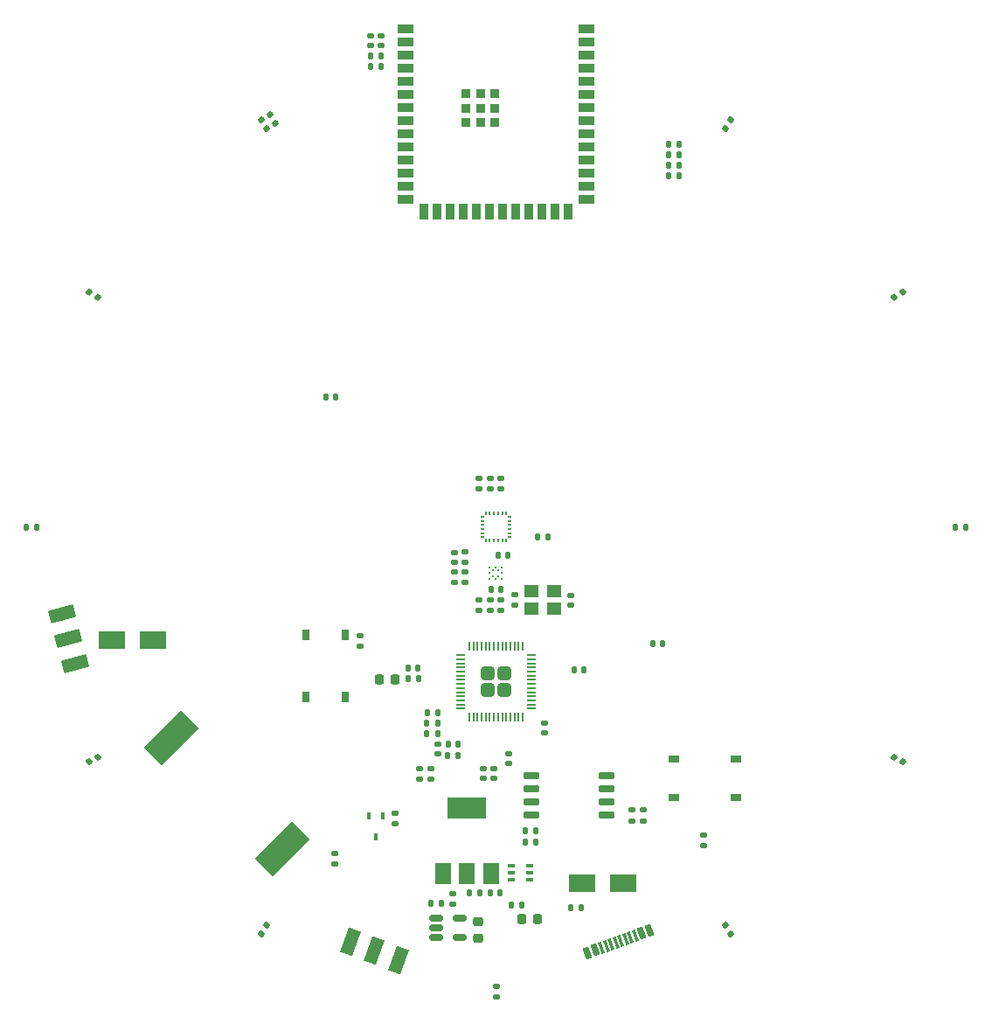
<source format=gbr>
%TF.GenerationSoftware,KiCad,Pcbnew,(6.0.8)*%
%TF.CreationDate,2022-10-25T22:06:49+02:00*%
%TF.ProjectId,Badge_v1,42616467-655f-4763-912e-6b696361645f,rev?*%
%TF.SameCoordinates,Original*%
%TF.FileFunction,Paste,Top*%
%TF.FilePolarity,Positive*%
%FSLAX46Y46*%
G04 Gerber Fmt 4.6, Leading zero omitted, Abs format (unit mm)*
G04 Created by KiCad (PCBNEW (6.0.8)) date 2022-10-25 22:06:49*
%MOMM*%
%LPD*%
G01*
G04 APERTURE LIST*
G04 Aperture macros list*
%AMRoundRect*
0 Rectangle with rounded corners*
0 $1 Rounding radius*
0 $2 $3 $4 $5 $6 $7 $8 $9 X,Y pos of 4 corners*
0 Add a 4 corners polygon primitive as box body*
4,1,4,$2,$3,$4,$5,$6,$7,$8,$9,$2,$3,0*
0 Add four circle primitives for the rounded corners*
1,1,$1+$1,$2,$3*
1,1,$1+$1,$4,$5*
1,1,$1+$1,$6,$7*
1,1,$1+$1,$8,$9*
0 Add four rect primitives between the rounded corners*
20,1,$1+$1,$2,$3,$4,$5,0*
20,1,$1+$1,$4,$5,$6,$7,0*
20,1,$1+$1,$6,$7,$8,$9,0*
20,1,$1+$1,$8,$9,$2,$3,0*%
%AMRotRect*
0 Rectangle, with rotation*
0 The origin of the aperture is its center*
0 $1 length*
0 $2 width*
0 $3 Rotation angle, in degrees counterclockwise*
0 Add horizontal line*
21,1,$1,$2,0,0,$3*%
%AMFreePoly0*
4,1,6,0.175000,0.019000,0.175000,-0.100000,-0.175000,-0.100000,-0.175000,0.100000,0.094000,0.100000,0.175000,0.019000,0.175000,0.019000,$1*%
%AMFreePoly1*
4,1,6,0.175000,-0.019000,0.094000,-0.100000,-0.175000,-0.100000,-0.175000,0.100000,0.175000,0.100000,0.175000,-0.019000,0.175000,-0.019000,$1*%
%AMFreePoly2*
4,1,6,0.100000,-0.175000,-0.100000,-0.175000,-0.100000,0.094000,-0.019000,0.175000,0.100000,0.175000,0.100000,-0.175000,0.100000,-0.175000,$1*%
%AMFreePoly3*
4,1,6,0.100000,0.094000,0.100000,-0.175000,-0.100000,-0.175000,-0.100000,0.175000,0.019000,0.175000,0.100000,0.094000,0.100000,0.094000,$1*%
%AMFreePoly4*
4,1,6,0.175000,-0.100000,-0.094000,-0.100000,-0.175000,-0.019000,-0.175000,0.100000,0.175000,0.100000,0.175000,-0.100000,0.175000,-0.100000,$1*%
%AMFreePoly5*
4,1,6,0.175000,-0.100000,-0.175000,-0.100000,-0.175000,0.019000,-0.094000,0.100000,0.175000,0.100000,0.175000,-0.100000,0.175000,-0.100000,$1*%
%AMFreePoly6*
4,1,6,0.100000,-0.094000,0.019000,-0.175000,-0.100000,-0.175000,-0.100000,0.175000,0.100000,0.175000,0.100000,-0.094000,0.100000,-0.094000,$1*%
%AMFreePoly7*
4,1,6,0.100000,-0.175000,-0.019000,-0.175000,-0.100000,-0.094000,-0.100000,0.175000,0.100000,0.175000,0.100000,-0.175000,0.100000,-0.175000,$1*%
G04 Aperture macros list end*
%ADD10RoundRect,0.140000X-0.140000X-0.170000X0.140000X-0.170000X0.140000X0.170000X-0.140000X0.170000X0*%
%ADD11RotRect,0.600000X1.160000X20.000000*%
%ADD12RotRect,0.300000X1.160000X200.000000*%
%ADD13RoundRect,0.135000X0.135000X0.185000X-0.135000X0.185000X-0.135000X-0.185000X0.135000X-0.185000X0*%
%ADD14RoundRect,0.135000X0.185000X-0.135000X0.185000X0.135000X-0.185000X0.135000X-0.185000X-0.135000X0*%
%ADD15RoundRect,0.140000X0.206244X0.077224X-0.036244X0.217224X-0.206244X-0.077224X0.036244X-0.217224X0*%
%ADD16RoundRect,0.140000X-0.170000X0.140000X-0.170000X-0.140000X0.170000X-0.140000X0.170000X0.140000X0*%
%ADD17RoundRect,0.140000X0.140000X0.170000X-0.140000X0.170000X-0.140000X-0.170000X0.140000X-0.170000X0*%
%ADD18RoundRect,0.140000X-0.217224X0.036244X-0.077224X-0.206244X0.217224X-0.036244X0.077224X0.206244X0*%
%ADD19RoundRect,0.249999X0.395001X0.395001X-0.395001X0.395001X-0.395001X-0.395001X0.395001X-0.395001X0*%
%ADD20RoundRect,0.050000X0.387500X0.050000X-0.387500X0.050000X-0.387500X-0.050000X0.387500X-0.050000X0*%
%ADD21RoundRect,0.050000X0.050000X0.387500X-0.050000X0.387500X-0.050000X-0.387500X0.050000X-0.387500X0*%
%ADD22FreePoly0,0.000000*%
%ADD23R,0.350000X0.200000*%
%ADD24FreePoly1,0.000000*%
%ADD25FreePoly2,0.000000*%
%ADD26R,0.200000X0.350000*%
%ADD27FreePoly3,0.000000*%
%ADD28FreePoly4,0.000000*%
%ADD29FreePoly5,0.000000*%
%ADD30FreePoly6,0.000000*%
%ADD31FreePoly7,0.000000*%
%ADD32RoundRect,0.135000X-0.185000X0.135000X-0.185000X-0.135000X0.185000X-0.135000X0.185000X0.135000X0*%
%ADD33RoundRect,0.135000X-0.135000X-0.185000X0.135000X-0.185000X0.135000X0.185000X-0.135000X0.185000X0*%
%ADD34RoundRect,0.218750X-0.218750X-0.256250X0.218750X-0.256250X0.218750X0.256250X-0.218750X0.256250X0*%
%ADD35RotRect,2.500000X5.100000X315.000000*%
%ADD36C,0.212500*%
%ADD37RoundRect,0.218750X0.218750X0.256250X-0.218750X0.256250X-0.218750X-0.256250X0.218750X-0.256250X0*%
%ADD38RoundRect,0.140000X-0.036244X-0.217224X0.206244X-0.077224X0.036244X0.217224X-0.206244X0.077224X0*%
%ADD39RoundRect,0.140000X-0.206244X-0.077224X0.036244X-0.217224X0.206244X0.077224X-0.036244X0.217224X0*%
%ADD40R,0.750000X1.000000*%
%ADD41RoundRect,0.140000X0.036244X0.217224X-0.206244X0.077224X-0.036244X-0.217224X0.206244X-0.077224X0*%
%ADD42RoundRect,0.140000X0.170000X-0.140000X0.170000X0.140000X-0.170000X0.140000X-0.170000X-0.140000X0*%
%ADD43R,1.400000X1.200000*%
%ADD44R,1.500000X0.900000*%
%ADD45R,0.900000X1.500000*%
%ADD46R,0.900000X0.900000*%
%ADD47R,2.500000X1.800000*%
%ADD48RoundRect,0.150000X-0.512500X-0.150000X0.512500X-0.150000X0.512500X0.150000X-0.512500X0.150000X0*%
%ADD49RoundRect,0.140000X0.077224X-0.206244X0.217224X0.036244X-0.077224X0.206244X-0.217224X-0.036244X0*%
%ADD50RoundRect,0.140000X0.217224X-0.036244X0.077224X0.206244X-0.217224X0.036244X-0.077224X-0.206244X0*%
%ADD51R,1.500000X2.000000*%
%ADD52R,3.800000X2.000000*%
%ADD53R,0.660400X0.406400*%
%ADD54RoundRect,0.140000X-0.077224X0.206244X-0.217224X-0.036244X0.077224X-0.206244X0.217224X0.036244X0*%
%ADD55RoundRect,0.150000X0.650000X0.150000X-0.650000X0.150000X-0.650000X-0.150000X0.650000X-0.150000X0*%
%ADD56RoundRect,0.218750X-0.256250X0.218750X-0.256250X-0.218750X0.256250X-0.218750X0.256250X0.218750X0*%
%ADD57RotRect,1.250000X2.500000X340.000000*%
%ADD58R,1.000000X0.750000*%
%ADD59RotRect,1.250000X2.500000X285.000000*%
%ADD60R,0.450000X0.700000*%
G04 APERTURE END LIST*
D10*
%TO.C,C16*%
X93380000Y-117990000D03*
X94340000Y-117990000D03*
%TD*%
%TO.C,C26*%
X99530000Y-106040000D03*
X100490000Y-106040000D03*
%TD*%
D11*
%TO.C,P1*%
X108854513Y-141223605D03*
X109606267Y-140949989D03*
D12*
X110686914Y-140556666D03*
X111626606Y-140214646D03*
X112096453Y-140043635D03*
X113036145Y-139701615D03*
D11*
X114116792Y-139308292D03*
X114868546Y-139034676D03*
X114868546Y-139034676D03*
X114116792Y-139308292D03*
D12*
X113505992Y-139530605D03*
X112566299Y-139872625D03*
X111156760Y-140385656D03*
X110217067Y-140727676D03*
D11*
X109606267Y-140949989D03*
X108854513Y-141223605D03*
%TD*%
D10*
%TO.C,C22*%
X100190000Y-102780000D03*
X101150000Y-102780000D03*
%TD*%
D13*
%TO.C,R20*%
X94330000Y-120050000D03*
X93310000Y-120050000D03*
%TD*%
D14*
%TO.C,R17*%
X93730000Y-124440000D03*
X93730000Y-123420000D03*
%TD*%
D15*
%TO.C,C38*%
X139415692Y-122740000D03*
X138584308Y-122260000D03*
%TD*%
D16*
%TO.C,C10*%
X94330000Y-121020000D03*
X94330000Y-121980000D03*
%TD*%
D17*
%TO.C,C39*%
X145480000Y-100000000D03*
X144520000Y-100000000D03*
%TD*%
D13*
%TO.C,R6*%
X92480000Y-114690000D03*
X91460000Y-114690000D03*
%TD*%
D18*
%TO.C,C30*%
X78150000Y-60074308D03*
X78630000Y-60905692D03*
%TD*%
D19*
%TO.C,U4*%
X100800000Y-114200000D03*
X99200000Y-115800000D03*
X100800000Y-115800000D03*
X99200000Y-114200000D03*
D20*
X103437500Y-117600000D03*
X103437500Y-117200000D03*
X103437500Y-116800000D03*
X103437500Y-116400000D03*
X103437500Y-116000000D03*
X103437500Y-115600000D03*
X103437500Y-115200000D03*
X103437500Y-114800000D03*
X103437500Y-114400000D03*
X103437500Y-114000000D03*
X103437500Y-113600000D03*
X103437500Y-113200000D03*
X103437500Y-112800000D03*
X103437500Y-112400000D03*
D21*
X102600000Y-111562500D03*
X102200000Y-111562500D03*
X101800000Y-111562500D03*
X101400000Y-111562500D03*
X101000000Y-111562500D03*
X100600000Y-111562500D03*
X100200000Y-111562500D03*
X99800000Y-111562500D03*
X99400000Y-111562500D03*
X99000000Y-111562500D03*
X98600000Y-111562500D03*
X98200000Y-111562500D03*
X97800000Y-111562500D03*
X97400000Y-111562500D03*
D20*
X96562500Y-112400000D03*
X96562500Y-112800000D03*
X96562500Y-113200000D03*
X96562500Y-113600000D03*
X96562500Y-114000000D03*
X96562500Y-114400000D03*
X96562500Y-114800000D03*
X96562500Y-115200000D03*
X96562500Y-115600000D03*
X96562500Y-116000000D03*
X96562500Y-116400000D03*
X96562500Y-116800000D03*
X96562500Y-117200000D03*
X96562500Y-117600000D03*
D21*
X97400000Y-118437500D03*
X97800000Y-118437500D03*
X98200000Y-118437500D03*
X98600000Y-118437500D03*
X99000000Y-118437500D03*
X99400000Y-118437500D03*
X99800000Y-118437500D03*
X100200000Y-118437500D03*
X100600000Y-118437500D03*
X101000000Y-118437500D03*
X101400000Y-118437500D03*
X101800000Y-118437500D03*
X102200000Y-118437500D03*
X102600000Y-118437500D03*
%TD*%
D10*
%TO.C,C33*%
X54520000Y-100000000D03*
X55480000Y-100000000D03*
%TD*%
D22*
%TO.C,U5*%
X98665000Y-99000000D03*
D23*
X98665000Y-99400000D03*
X98665000Y-99800000D03*
X98665000Y-100200000D03*
X98665000Y-100600000D03*
D24*
X98665000Y-101000000D03*
D25*
X99000000Y-101335000D03*
D26*
X99400000Y-101335000D03*
X99800000Y-101335000D03*
X100200000Y-101335000D03*
X100600000Y-101335000D03*
D27*
X101000000Y-101335000D03*
D28*
X101335000Y-101000000D03*
D23*
X101335000Y-100600000D03*
X101335000Y-100200000D03*
X101335000Y-99800000D03*
X101335000Y-99400000D03*
D29*
X101335000Y-99000000D03*
D30*
X101000000Y-98665000D03*
D26*
X100600000Y-98665000D03*
X100200000Y-98665000D03*
X99800000Y-98665000D03*
X99400000Y-98665000D03*
D31*
X99000000Y-98665000D03*
%TD*%
D32*
%TO.C,R15*%
X90230000Y-127710000D03*
X90230000Y-128730000D03*
%TD*%
D33*
%TO.C,R9*%
X116750000Y-63990000D03*
X117770000Y-63990000D03*
%TD*%
%TO.C,R19*%
X93310000Y-119020000D03*
X94330000Y-119020000D03*
%TD*%
D17*
%TO.C,C14*%
X108520000Y-113860000D03*
X107560000Y-113860000D03*
%TD*%
D34*
%TO.C,LED2*%
X88687500Y-114775000D03*
X90262500Y-114775000D03*
%TD*%
D35*
%TO.C,BT1*%
X79324012Y-131204012D03*
X68575988Y-120455988D03*
%TD*%
D32*
%TO.C,R24*%
X100450000Y-95280000D03*
X100450000Y-96300000D03*
%TD*%
D36*
%TO.C,U6*%
X99399000Y-103899000D03*
X99965000Y-103899000D03*
X100531000Y-103899000D03*
X99682000Y-104182000D03*
X100248000Y-104182000D03*
X99399000Y-104465000D03*
X100531000Y-104465000D03*
X99682000Y-104748000D03*
X100248000Y-104748000D03*
X99399000Y-105031000D03*
X99965000Y-105031000D03*
X100531000Y-105031000D03*
%TD*%
D37*
%TO.C,LED3*%
X104037500Y-137980000D03*
X102462500Y-137980000D03*
%TD*%
D38*
%TO.C,C34*%
X60584308Y-122740000D03*
X61415692Y-122260000D03*
%TD*%
D39*
%TO.C,C32*%
X60584308Y-77260000D03*
X61415692Y-77740000D03*
%TD*%
D40*
%TO.C,SW2*%
X85365000Y-110480000D03*
X85365000Y-116480000D03*
X81615000Y-116480000D03*
X81615000Y-110480000D03*
%TD*%
D13*
%TO.C,R4*%
X94720000Y-136480000D03*
X93700000Y-136480000D03*
%TD*%
D41*
%TO.C,C40*%
X139415692Y-77260000D03*
X138584308Y-77740000D03*
%TD*%
D17*
%TO.C,C19*%
X84480000Y-87440000D03*
X83520000Y-87440000D03*
%TD*%
D32*
%TO.C,R22*%
X98390000Y-95280000D03*
X98390000Y-96300000D03*
%TD*%
D10*
%TO.C,C2*%
X102850000Y-129410000D03*
X103810000Y-129410000D03*
%TD*%
D42*
%TO.C,C15*%
X104680000Y-119930000D03*
X104680000Y-118970000D03*
%TD*%
%TO.C,C17*%
X98790000Y-124350000D03*
X98790000Y-123390000D03*
%TD*%
D33*
%TO.C,R8*%
X116750000Y-62980000D03*
X117770000Y-62980000D03*
%TD*%
D18*
%TO.C,C31*%
X77260000Y-60584308D03*
X77740000Y-61415692D03*
%TD*%
D42*
%TO.C,C29*%
X88840000Y-53380000D03*
X88840000Y-52420000D03*
%TD*%
D43*
%TO.C,Y1*%
X103410000Y-107900000D03*
X105610000Y-107900000D03*
X105610000Y-106200000D03*
X103410000Y-106200000D03*
%TD*%
D13*
%TO.C,R16*%
X103850000Y-130510000D03*
X102830000Y-130510000D03*
%TD*%
D33*
%TO.C,R14*%
X116740000Y-66020000D03*
X117760000Y-66020000D03*
%TD*%
D44*
%TO.C,U7*%
X91250000Y-51740000D03*
X91250000Y-53010000D03*
X91250000Y-54280000D03*
X91250000Y-55550000D03*
X91250000Y-56820000D03*
X91250000Y-58090000D03*
X91250000Y-59360000D03*
X91250000Y-60630000D03*
X91250000Y-61900000D03*
X91250000Y-63170000D03*
X91250000Y-64440000D03*
X91250000Y-65710000D03*
X91250000Y-66980000D03*
X91250000Y-68250000D03*
D45*
X93015000Y-69500000D03*
X94285000Y-69500000D03*
X95555000Y-69500000D03*
X96825000Y-69500000D03*
X98095000Y-69500000D03*
X99365000Y-69500000D03*
X100635000Y-69500000D03*
X101905000Y-69500000D03*
X103175000Y-69500000D03*
X104445000Y-69500000D03*
X105715000Y-69500000D03*
X106985000Y-69500000D03*
D44*
X108750000Y-68250000D03*
X108750000Y-66980000D03*
X108750000Y-65710000D03*
X108750000Y-64440000D03*
X108750000Y-63170000D03*
X108750000Y-61900000D03*
X108750000Y-60630000D03*
X108750000Y-59360000D03*
X108750000Y-58090000D03*
X108750000Y-56820000D03*
X108750000Y-55550000D03*
X108750000Y-54280000D03*
X108750000Y-53010000D03*
X108750000Y-51740000D03*
D46*
X97100000Y-59460000D03*
X99900000Y-59460000D03*
X99900000Y-60860000D03*
X98500000Y-60860000D03*
X99900000Y-58060000D03*
X98500000Y-59460000D03*
X97100000Y-58060000D03*
X97100000Y-60860000D03*
X98500000Y-58060000D03*
%TD*%
D47*
%TO.C,D16*%
X66770000Y-110920000D03*
X62770000Y-110920000D03*
%TD*%
D48*
%TO.C,U2*%
X94172500Y-137860000D03*
X94172500Y-138810000D03*
X94172500Y-139760000D03*
X96447500Y-139760000D03*
X96447500Y-137860000D03*
%TD*%
D10*
%TO.C,C1*%
X107260000Y-136880000D03*
X108220000Y-136880000D03*
%TD*%
D16*
%TO.C,C13*%
X99410000Y-107080000D03*
X99410000Y-108040000D03*
%TD*%
D33*
%TO.C,R25*%
X87830000Y-54370000D03*
X88850000Y-54370000D03*
%TD*%
D16*
%TO.C,C24*%
X97020000Y-104370000D03*
X97020000Y-105330000D03*
%TD*%
D33*
%TO.C,R11*%
X101450000Y-136630000D03*
X102470000Y-136630000D03*
%TD*%
D17*
%TO.C,C6*%
X98400000Y-135400000D03*
X97440000Y-135400000D03*
%TD*%
D47*
%TO.C,D15*%
X108300000Y-134500000D03*
X112300000Y-134500000D03*
%TD*%
D49*
%TO.C,C35*%
X77260000Y-139415692D03*
X77740000Y-138584308D03*
%TD*%
D42*
%TO.C,C18*%
X99820000Y-124350000D03*
X99820000Y-123390000D03*
%TD*%
D50*
%TO.C,C37*%
X122740000Y-139415692D03*
X122260000Y-138584308D03*
%TD*%
D10*
%TO.C,C12*%
X91490000Y-113690000D03*
X92450000Y-113690000D03*
%TD*%
D42*
%TO.C,C36*%
X100000000Y-145480000D03*
X100000000Y-144520000D03*
%TD*%
%TO.C,C28*%
X87840000Y-53380000D03*
X87840000Y-52420000D03*
%TD*%
D51*
%TO.C,U3*%
X94900000Y-133520000D03*
X97200000Y-133520000D03*
D52*
X97200000Y-127220000D03*
D51*
X99500000Y-133520000D03*
%TD*%
D32*
%TO.C,R5*%
X95820000Y-135520000D03*
X95820000Y-136540000D03*
%TD*%
D17*
%TO.C,C21*%
X105000000Y-101000000D03*
X104040000Y-101000000D03*
%TD*%
D14*
%TO.C,R3*%
X113190000Y-128440000D03*
X113190000Y-127420000D03*
%TD*%
D42*
%TO.C,C8*%
X98350000Y-108040000D03*
X98350000Y-107080000D03*
%TD*%
D10*
%TO.C,C5*%
X99410000Y-135400000D03*
X100370000Y-135400000D03*
%TD*%
D42*
%TO.C,C9*%
X101210000Y-122890000D03*
X101210000Y-121930000D03*
%TD*%
D17*
%TO.C,C7*%
X96300000Y-122150000D03*
X95340000Y-122150000D03*
%TD*%
D53*
%TO.C,Q1*%
X103252650Y-134160400D03*
X103252650Y-133500000D03*
X103252650Y-132839600D03*
X101449250Y-132839600D03*
X101449250Y-133500000D03*
X101449250Y-134160400D03*
%TD*%
D54*
%TO.C,C41*%
X122740000Y-60584308D03*
X122260000Y-61415692D03*
%TD*%
D16*
%TO.C,C23*%
X95990000Y-104380000D03*
X95990000Y-105340000D03*
%TD*%
%TO.C,C4*%
X101800000Y-106580000D03*
X101800000Y-107540000D03*
%TD*%
D32*
%TO.C,R2*%
X86860000Y-110490000D03*
X86860000Y-111510000D03*
%TD*%
%TO.C,R13*%
X120070000Y-129840000D03*
X120070000Y-130860000D03*
%TD*%
D55*
%TO.C,U1*%
X110670000Y-127905000D03*
X110670000Y-126635000D03*
X110670000Y-125365000D03*
X110670000Y-124095000D03*
X103470000Y-124095000D03*
X103470000Y-125365000D03*
X103470000Y-126635000D03*
X103470000Y-127905000D03*
%TD*%
D33*
%TO.C,R12*%
X116740000Y-65000000D03*
X117760000Y-65000000D03*
%TD*%
D56*
%TO.C,LED1*%
X98260000Y-138212500D03*
X98260000Y-139787500D03*
%TD*%
D57*
%TO.C,SW3*%
X85871324Y-140190795D03*
X88220555Y-141045845D03*
X90569787Y-141900896D03*
%TD*%
D14*
%TO.C,R1*%
X114280000Y-128440000D03*
X114280000Y-127420000D03*
%TD*%
%TO.C,R23*%
X97010000Y-103430000D03*
X97010000Y-102410000D03*
%TD*%
D17*
%TO.C,C11*%
X96310000Y-121070000D03*
X95350000Y-121070000D03*
%TD*%
D58*
%TO.C,SW1*%
X117200000Y-122445000D03*
X123200000Y-122445000D03*
X123200000Y-126195000D03*
X117200000Y-126195000D03*
%TD*%
D16*
%TO.C,C25*%
X95990000Y-102460000D03*
X95990000Y-103420000D03*
%TD*%
D32*
%TO.C,R21*%
X99420000Y-95280000D03*
X99420000Y-96300000D03*
%TD*%
%TO.C,R7*%
X100490000Y-107050000D03*
X100490000Y-108070000D03*
%TD*%
D17*
%TO.C,C20*%
X116120000Y-111290000D03*
X115160000Y-111290000D03*
%TD*%
D32*
%TO.C,R18*%
X92620000Y-123410000D03*
X92620000Y-124430000D03*
%TD*%
D42*
%TO.C,C3*%
X107240000Y-107590000D03*
X107240000Y-106630000D03*
%TD*%
D59*
%TO.C,SW4*%
X57949248Y-108403433D03*
X58596296Y-110818248D03*
X59243344Y-113233062D03*
%TD*%
D60*
%TO.C,Q2*%
X89000000Y-128000000D03*
X87700000Y-128000000D03*
X88350000Y-130000000D03*
%TD*%
D14*
%TO.C,R10*%
X84400000Y-132660000D03*
X84400000Y-131640000D03*
%TD*%
D10*
%TO.C,C27*%
X87870000Y-55400000D03*
X88830000Y-55400000D03*
%TD*%
M02*

</source>
